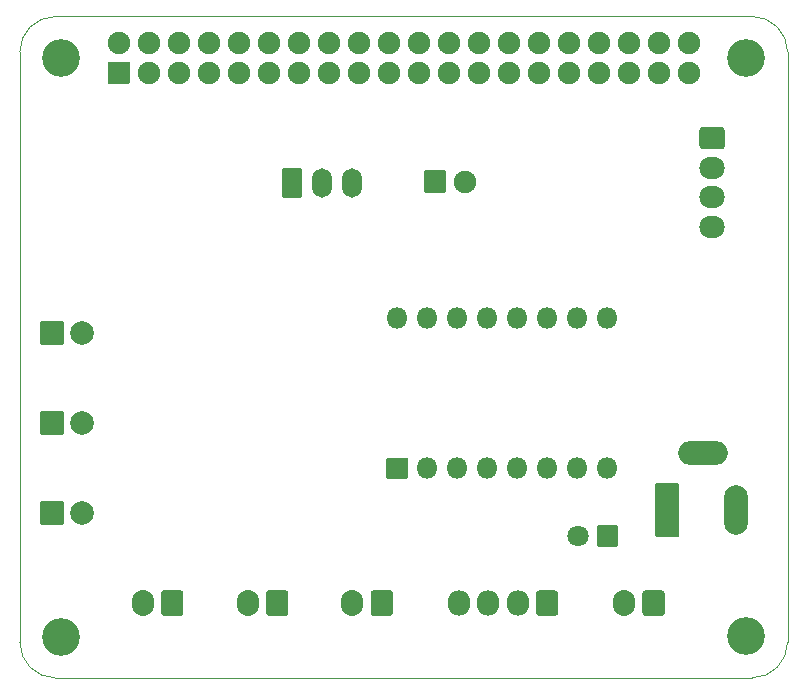
<source format=gbr>
G04 #@! TF.GenerationSoftware,KiCad,Pcbnew,5.1.9*
G04 #@! TF.CreationDate,2021-02-18T13:11:15+01:00*
G04 #@! TF.ProjectId,raspberrypi_hat,72617370-6265-4727-9279-70695f686174,rev?*
G04 #@! TF.SameCoordinates,Original*
G04 #@! TF.FileFunction,Soldermask,Bot*
G04 #@! TF.FilePolarity,Negative*
%FSLAX46Y46*%
G04 Gerber Fmt 4.6, Leading zero omitted, Abs format (unit mm)*
G04 Created by KiCad (PCBNEW 5.1.9) date 2021-02-18 13:11:15*
%MOMM*%
%LPD*%
G01*
G04 APERTURE LIST*
G04 #@! TA.AperFunction,Profile*
%ADD10C,0.100000*%
G04 #@! TD*
%ADD11C,1.800000*%
%ADD12O,1.800000X1.800000*%
%ADD13C,2.000000*%
%ADD14O,1.900000X2.200000*%
%ADD15O,1.900000X1.900000*%
%ADD16C,3.200000*%
%ADD17O,1.700000X2.500000*%
%ADD18O,1.900000X2.150000*%
%ADD19O,2.150000X1.900000*%
%ADD20O,4.200000X2.000000*%
%ADD21O,2.000000X4.200000*%
G04 APERTURE END LIST*
D10*
X78546356Y-63817611D02*
X78546361Y-113812375D01*
X78546356Y-63817611D02*
G75*
G02*
X81546356Y-60817611I3000000J0D01*
G01*
X140546356Y-60817611D02*
X81546356Y-60817611D01*
X140546356Y-60817611D02*
G75*
G02*
X143546356Y-63817611I0J-3000000D01*
G01*
X143546356Y-113817611D02*
X143546356Y-63817611D01*
X81546361Y-116812375D02*
G75*
G02*
X78546361Y-113812375I0J3000000D01*
G01*
X81546361Y-116812375D02*
X140546361Y-116812375D01*
X143546356Y-113817611D02*
G75*
G02*
X140546361Y-116812375I-2999995J5236D01*
G01*
G36*
G01*
X129200000Y-104000000D02*
X129200000Y-105600000D01*
G75*
G02*
X129100000Y-105700000I-100000J0D01*
G01*
X127500000Y-105700000D01*
G75*
G02*
X127400000Y-105600000I0J100000D01*
G01*
X127400000Y-104000000D01*
G75*
G02*
X127500000Y-103900000I100000J0D01*
G01*
X129100000Y-103900000D01*
G75*
G02*
X129200000Y-104000000I0J-100000D01*
G01*
G37*
D11*
X125800000Y-104800000D03*
G36*
G01*
X111290000Y-99960000D02*
X109690000Y-99960000D01*
G75*
G02*
X109590000Y-99860000I0J100000D01*
G01*
X109590000Y-98260000D01*
G75*
G02*
X109690000Y-98160000I100000J0D01*
G01*
X111290000Y-98160000D01*
G75*
G02*
X111390000Y-98260000I0J-100000D01*
G01*
X111390000Y-99860000D01*
G75*
G02*
X111290000Y-99960000I-100000J0D01*
G01*
G37*
D12*
X128270000Y-86360000D03*
X113030000Y-99060000D03*
X125730000Y-86360000D03*
X115570000Y-99060000D03*
X123190000Y-86360000D03*
X118110000Y-99060000D03*
X120650000Y-86360000D03*
X120650000Y-99060000D03*
X118110000Y-86360000D03*
X123190000Y-99060000D03*
X115570000Y-86360000D03*
X125730000Y-99060000D03*
X113030000Y-86360000D03*
X128270000Y-99060000D03*
X110490000Y-86360000D03*
D13*
X83820000Y-102870000D03*
G36*
G01*
X80280000Y-103770000D02*
X80280000Y-101970000D01*
G75*
G02*
X80380000Y-101870000I100000J0D01*
G01*
X82180000Y-101870000D01*
G75*
G02*
X82280000Y-101970000I0J-100000D01*
G01*
X82280000Y-103770000D01*
G75*
G02*
X82180000Y-103870000I-100000J0D01*
G01*
X80380000Y-103870000D01*
G75*
G02*
X80280000Y-103770000I0J100000D01*
G01*
G37*
D14*
X88940000Y-110490000D03*
G36*
G01*
X92390000Y-109669411D02*
X92390000Y-111310589D01*
G75*
G02*
X92110589Y-111590000I-279411J0D01*
G01*
X90769411Y-111590000D01*
G75*
G02*
X90490000Y-111310589I0J279411D01*
G01*
X90490000Y-109669411D01*
G75*
G02*
X90769411Y-109390000I279411J0D01*
G01*
X92110589Y-109390000D01*
G75*
G02*
X92390000Y-109669411I0J-279411D01*
G01*
G37*
G36*
G01*
X86070000Y-64640000D02*
X87770000Y-64640000D01*
G75*
G02*
X87870000Y-64740000I0J-100000D01*
G01*
X87870000Y-66440000D01*
G75*
G02*
X87770000Y-66540000I-100000J0D01*
G01*
X86070000Y-66540000D01*
G75*
G02*
X85970000Y-66440000I0J100000D01*
G01*
X85970000Y-64740000D01*
G75*
G02*
X86070000Y-64640000I100000J0D01*
G01*
G37*
D15*
X86920000Y-63050000D03*
X89460000Y-65590000D03*
X89460000Y-63050000D03*
X92000000Y-65590000D03*
X92000000Y-63050000D03*
X94540000Y-65590000D03*
X94540000Y-63050000D03*
X97080000Y-65590000D03*
X97080000Y-63050000D03*
X99620000Y-65590000D03*
X99620000Y-63050000D03*
X102160000Y-65590000D03*
X102160000Y-63050000D03*
X104700000Y-65590000D03*
X104700000Y-63050000D03*
X107240000Y-65590000D03*
X107240000Y-63050000D03*
X109780000Y-65590000D03*
X109780000Y-63050000D03*
X112320000Y-65590000D03*
X112320000Y-63050000D03*
X114860000Y-65590000D03*
X114860000Y-63050000D03*
X117400000Y-65590000D03*
X117400000Y-63050000D03*
X119940000Y-65590000D03*
X119940000Y-63050000D03*
X122480000Y-65590000D03*
X122480000Y-63050000D03*
X125020000Y-65590000D03*
X125020000Y-63050000D03*
X127560000Y-65590000D03*
X127560000Y-63050000D03*
X130100000Y-65590000D03*
X130100000Y-63050000D03*
X132640000Y-65590000D03*
X132640000Y-63050000D03*
X135180000Y-65590000D03*
X135180000Y-63050000D03*
G36*
G01*
X114550000Y-75750000D02*
X112850000Y-75750000D01*
G75*
G02*
X112750000Y-75650000I0J100000D01*
G01*
X112750000Y-73950000D01*
G75*
G02*
X112850000Y-73850000I100000J0D01*
G01*
X114550000Y-73850000D01*
G75*
G02*
X114650000Y-73950000I0J-100000D01*
G01*
X114650000Y-75650000D01*
G75*
G02*
X114550000Y-75750000I-100000J0D01*
G01*
G37*
X116240000Y-74800000D03*
D16*
X82040000Y-64310000D03*
X140040000Y-64330000D03*
X82040000Y-113320000D03*
X140030000Y-113310000D03*
G36*
G01*
X100750000Y-76080000D02*
X100750000Y-73780000D01*
G75*
G02*
X100850000Y-73680000I100000J0D01*
G01*
X102350000Y-73680000D01*
G75*
G02*
X102450000Y-73780000I0J-100000D01*
G01*
X102450000Y-76080000D01*
G75*
G02*
X102350000Y-76180000I-100000J0D01*
G01*
X100850000Y-76180000D01*
G75*
G02*
X100750000Y-76080000I0J100000D01*
G01*
G37*
D17*
X104140000Y-74930000D03*
X106680000Y-74930000D03*
G36*
G01*
X80280000Y-88530000D02*
X80280000Y-86730000D01*
G75*
G02*
X80380000Y-86630000I100000J0D01*
G01*
X82180000Y-86630000D01*
G75*
G02*
X82280000Y-86730000I0J-100000D01*
G01*
X82280000Y-88530000D01*
G75*
G02*
X82180000Y-88630000I-100000J0D01*
G01*
X80380000Y-88630000D01*
G75*
G02*
X80280000Y-88530000I0J100000D01*
G01*
G37*
D13*
X83820000Y-87630000D03*
G36*
G01*
X80280000Y-96150000D02*
X80280000Y-94350000D01*
G75*
G02*
X80380000Y-94250000I100000J0D01*
G01*
X82180000Y-94250000D01*
G75*
G02*
X82280000Y-94350000I0J-100000D01*
G01*
X82280000Y-96150000D01*
G75*
G02*
X82180000Y-96250000I-100000J0D01*
G01*
X80380000Y-96250000D01*
G75*
G02*
X80280000Y-96150000I0J100000D01*
G01*
G37*
X83820000Y-95250000D03*
D18*
X115690000Y-110490000D03*
X118190000Y-110490000D03*
X120690000Y-110490000D03*
G36*
G01*
X124140000Y-109694411D02*
X124140000Y-111285589D01*
G75*
G02*
X123860589Y-111565000I-279411J0D01*
G01*
X122519411Y-111565000D01*
G75*
G02*
X122240000Y-111285589I0J279411D01*
G01*
X122240000Y-109694411D01*
G75*
G02*
X122519411Y-109415000I279411J0D01*
G01*
X123860589Y-109415000D01*
G75*
G02*
X124140000Y-109694411I0J-279411D01*
G01*
G37*
G36*
G01*
X136364411Y-70170000D02*
X137955589Y-70170000D01*
G75*
G02*
X138235000Y-70449411I0J-279411D01*
G01*
X138235000Y-71790589D01*
G75*
G02*
X137955589Y-72070000I-279411J0D01*
G01*
X136364411Y-72070000D01*
G75*
G02*
X136085000Y-71790589I0J279411D01*
G01*
X136085000Y-70449411D01*
G75*
G02*
X136364411Y-70170000I279411J0D01*
G01*
G37*
D19*
X137160000Y-73620000D03*
X137160000Y-76120000D03*
X137160000Y-78620000D03*
G36*
G01*
X101280000Y-109669411D02*
X101280000Y-111310589D01*
G75*
G02*
X101000589Y-111590000I-279411J0D01*
G01*
X99659411Y-111590000D01*
G75*
G02*
X99380000Y-111310589I0J279411D01*
G01*
X99380000Y-109669411D01*
G75*
G02*
X99659411Y-109390000I279411J0D01*
G01*
X101000589Y-109390000D01*
G75*
G02*
X101280000Y-109669411I0J-279411D01*
G01*
G37*
D14*
X97830000Y-110490000D03*
X129700000Y-110500000D03*
G36*
G01*
X133150000Y-109679411D02*
X133150000Y-111320589D01*
G75*
G02*
X132870589Y-111600000I-279411J0D01*
G01*
X131529411Y-111600000D01*
G75*
G02*
X131250000Y-111320589I0J279411D01*
G01*
X131250000Y-109679411D01*
G75*
G02*
X131529411Y-109400000I279411J0D01*
G01*
X132870589Y-109400000D01*
G75*
G02*
X133150000Y-109679411I0J-279411D01*
G01*
G37*
G36*
G01*
X110150000Y-109669411D02*
X110150000Y-111310589D01*
G75*
G02*
X109870589Y-111590000I-279411J0D01*
G01*
X108529411Y-111590000D01*
G75*
G02*
X108250000Y-111310589I0J279411D01*
G01*
X108250000Y-109669411D01*
G75*
G02*
X108529411Y-109390000I279411J0D01*
G01*
X109870589Y-109390000D01*
G75*
G02*
X110150000Y-109669411I0J-279411D01*
G01*
G37*
X106700000Y-110490000D03*
D20*
X136350000Y-97816000D03*
D21*
X139150000Y-102616000D03*
G36*
G01*
X134250000Y-104916000D02*
X132450000Y-104916000D01*
G75*
G02*
X132350000Y-104816000I0J100000D01*
G01*
X132350000Y-100416000D01*
G75*
G02*
X132450000Y-100316000I100000J0D01*
G01*
X134250000Y-100316000D01*
G75*
G02*
X134350000Y-100416000I0J-100000D01*
G01*
X134350000Y-104816000D01*
G75*
G02*
X134250000Y-104916000I-100000J0D01*
G01*
G37*
M02*

</source>
